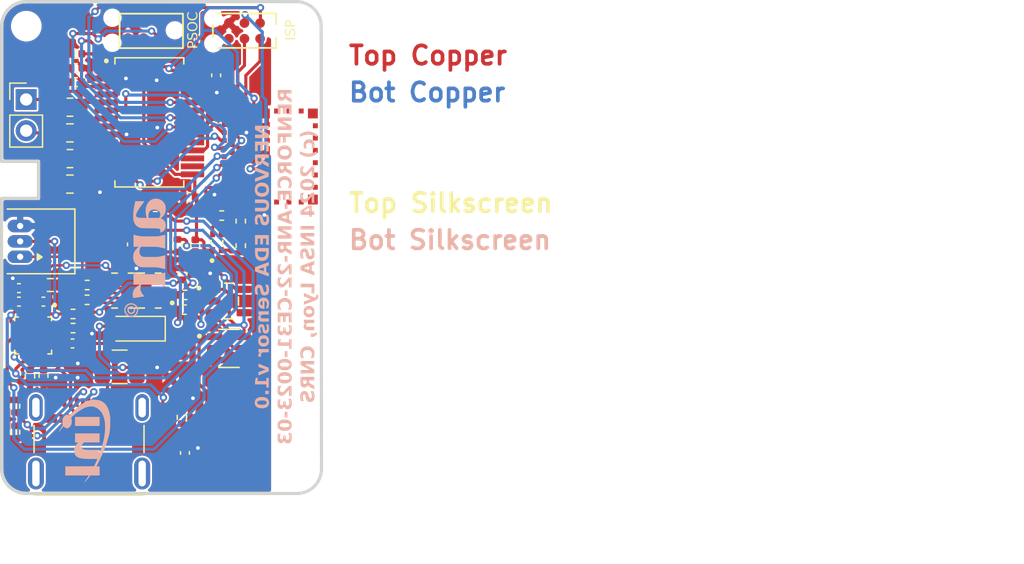
<source format=kicad_pcb>
(kicad_pcb (version 20221018) (generator pcbnew)
  (title_block (title "NERVOUS - EDA Sensor") (date "2024-05-06") (rev "1.0") (comment 1 "Copyright (c) 2024 INSA Lyon, CNRS, INL UMR5270") (comment 2 "License : MIT License") (comment 3 "Contact : bertrand.massot@insa-lyon.fr") (comment 4 "Authors : Bertrand Massot, Matthieu Mesnage, Hugo Buy"))
  (layers (0 "F.Cu" signal) (31 "B.Cu" signal) (34 "B.Paste" user) (35 "F.Paste" user) (36 "B.SilkS" user "B.Silkscreen") (37 "F.SilkS" user "F.Silkscreen") (38 "B.Mask" user) (39 "F.Mask" user) (44 "Edge.Cuts" user))
  (net 0 "")
  (net 1 "Net-(D1-K)")
  (net 2 "GND")
  (net 3 "VBUS")
  (net 4 "VBAT_SENSE")
  (net 5 "VDD")
  (net 6 "VBAT")
  (net 7 "VCCD")
  (net 8 "VCC")
  (net 9 "VSYS")
  (net 10 "Net-(U1-NO_1)")
  (net 11 "ZOUT")
  (net 12 "ZIN")
  (net 13 "IOUT")
  (net 14 "Net-(D5-Pad2)")
  (net 15 "Net-(D5-Pad4)")
  (net 16 "Net-(J1-CC1)")
  (net 17 "Net-(J1-CC2)")
  (net 18 "Net-(D4-Pad2)")
  (net 19 "Net-(D4-Pad3)")
  (net 20 "Net-(D4-Pad4)")
  (net 21 "Net-(D1-A)")
  (net 24 "Net-(U4-~{CHG})")
  (net 32 "Net-(U4-~{PGOOD})")
  (net 42 "Net-(U4-ILIM)")
  (net 43 "Net-(U4-ISET)")
  (net 44 "NTC BAT")
  (net 45 "LED_RED")
  (net 46 "LED_BLUE")
  (net 47 "LED_GREEN")
  (net 48 "Net-(U6-GPOUT)")
  (net 49 "SDA")
  (net 50 "SCL")
  (net 51 "Net-(U6-BIN)")
  (net 53 "Net-(U3-OUT)")
  (net 63 "RST_ISP")
  (net 65 "Net-(U7A-OUT_ANT)")
  (net 67 "SWDIO_ISP")
  (net 69 "SWCLK_ISP")
  (net 72 "CLK")
  (net 73 "VREF")
  (net 75 "VOUT")
  (net 97 "SWDIO_PSOC")
  (net 98 "RST_PSOC")
  (net 99 "SWCLK_PSOC")
  (footprint "nervous-eda:TC2030-MCP-NL" (layer "F.Cu") (at 50.75 24.385 180)
    (fp_text reference "U8")
    (fp_text value "~" hide)
  )
  (footprint "nervous-eda:R_0402_1005Metric" (layer "F.Cu") (at 48.9 39.4 180)
    (fp_text reference "R8")
    (fp_text value "RES 4.7K OHM 1% 1/16W 0402" hide)
  )
  (footprint "nervous-eda:C_0402_1005Metric" (layer "F.Cu") (at 37.05 27.4)
    (fp_text reference "C8")
    (fp_text value "CAP CER 1UF 10V X5R 0402" hide)
  )
  (footprint "nervous-eda:C_0805_2012Metric" (layer "F.Cu") (at 36.56 36.84 180)
    (fp_text reference "C16")
    (fp_text value "CAP CER 330pF 50V C0G / NP0  0805 MCMT" hide)
  )
  (footprint "nervous-eda:C_0402_1005Metric" (layer "F.Cu") (at 48.45 28 -90)
    (fp_text reference "C11")
    (fp_text value "CAP CER 0.1UF 16V X7R 0402" hide)
  )
  (footprint "nervous-eda:USB_TYPE_C_105450-0101" (layer "F.Cu") (at 38.113 58.370029)
    (fp_text reference "J1")
    (fp_text value "CONN RCP USB3.1 TYPEC 24P SMD RA" hide)
  )
  (footprint "nervous-eda:R_0402_1005Metric" (layer "F.Cu") (at 36.813 48.550029 180)
    (fp_text reference "R3")
    (fp_text value "RES 5.9K OHM 1% 1/16W 0402" hide)
  )
  (footprint "nervous-eda:CY8C4A45PVI-481" (layer "F.Cu") (at 43.018 31.825029)
    (fp_text reference "U10")
    (fp_text value "IC MCU 32BIT 32KB FLASH 28SSOP" hide)
  )
  (footprint "nervous-eda:R_0402_1005Metric" (layer "F.Cu") (at 33.313 52.450029 90)
    (fp_text reference "R1")
    (fp_text value "RES SMD 3K OHM 1% 1/16W 0402" hide)
  )
  (footprint "nervous-eda:C_0402_1005Metric" (layer "F.Cu") (at 36.77 49.800029)
    (fp_text reference "C1")
    (fp_text value "CAP CER 1UF 10V X5R 0402" hide)
  )
  (footprint "nervous-eda:Fuse_1210_3225Metric" (layer "F.Cu") (at 40.6 51.7)
    (fp_text reference "F1")
    (fp_text value "PTC RESET FUSE 16V 500MA 1210" hide)
  )
  (footprint "nervous-eda:C_0402_1005Metric" (layer "F.Cu") (at 37.05 26.25 180)
    (fp_text reference "C7")
    (fp_text value "CAP CER 1UF 10V X5R 0402" hide)
  )
  (footprint "MountingHole:MountingHole_2mm" (layer "F.Cu") (at 33.0129 24)
    (fp_text reference "H1" hide)
    (fp_text value "MountingHole" hide)
  )
  (footprint "nervous-eda:C_0402_1005Metric" (layer "F.Cu") (at 45.913 58.700029 90)
    (fp_text reference "C14")
    (fp_text value "CAP CER 0.1UF 16V X7R 0402" hide)
  )
  (footprint "nervous-eda:R_0402_1005Metric" (layer "F.Cu") (at 50.45 39.85 90)
    (fp_text reference "R7")
    (fp_text value "RES 1K OHM 1% 1/16W 0402" hide)
  )
  (footprint "nervous-eda:R_0402_1005Metric" (layer "F.Cu") (at 37.963 45.05 180)
    (fp_text reference "R13")
    (fp_text value "RES 10K OHM 1% 1/16W 0402" hide)
  )
  (footprint "nervous-eda:R_0603_1608Metric" (layer "F.Cu") (at 34.963 45.050029)
    (fp_text reference "R12")
    (fp_text value "RES 0.01 OHM 1% 1/10W 0603" hide)
  )
  (footprint "nervous-eda:BQ27441DRZR-G1A" (layer "F.Cu") (at 41.963 45.500029 180)
    (fp_text reference "U6")
    (fp_text value "IC BATT FUEL GAUGE LICOO2 12SON" hide)
  )
  (footprint "nervous-eda:R_0402_1005Metric" (layer "F.Cu") (at 32.1 54.9 -90)
    (fp_text reference "R2")
    (fp_text value "RES 5.1K OHM 0.5% 1/10W 0402" hide)
  )
  (footprint "nervous-eda:C_0402_1005Metric" (layer "F.Cu") (at 46.263 37.900029 180)
    (fp_text reference "C10")
    (fp_text value "CAP CER 0.1UF 16V X7R 0402" hide)
  )
  (footprint "nervous-eda:TC2030-MCP-NL" (layer "F.Cu") (at 42.55 24.335 180)
    (fp_text reference "U9")
    (fp_text value "~" hide)
  )
  (footprint "nervous-eda:D_SOD-123" (layer "F.Cu") (at 41.95 48.6 180)
    (fp_text reference "D1")
    (fp_text value "DIODE SCHOTTKY 20V 500MA SOD123" hide)
  )
  (footprint "nervous-eda:C_0402_1005Metric" (layer "F.Cu") (at 37.05 28.55 180)
    (fp_text reference "C9")
    (fp_text value "CAP CER 0.1UF 16V X7R 0402" hide)
  )
  (footprint "MountingHole:MountingHole_2mm" (layer "F.Cu") (at 55 60.000029)
    (fp_text reference "H2" hide)
    (fp_text value "MountingHole" hide)
  )
  (footprint "nervous-eda:R_0402_1005Metric" (layer "F.Cu") (at 32.1 57.01 90)
    (fp_text reference "R4")
    (fp_text value "RES 5.1K OHM 0.5% 1/10W 0402" hide)
  )
  (footprint "nervous-eda:ISP1807-LR" (layer "F.Cu") (at 48.8125 38.600029 90)
    (fp_text reference "U7")
    (fp_text value "RF TXRX MODULE BT TRACE ANT SMD" hide)
  )
  (footprint "nervous-eda:C_0402_1005Metric" (layer "F.Cu") (at 34.413 52.450029 -90)
    (fp_text reference "C2")
    (fp_text value "CAP CER 1UF 10V X5R 0402" hide)
  )
  (footprint "nervous-eda:R_0402_1005Metric" (layer "F.Cu") (at 45.913 45.850029)
    (fp_text reference "R11")
    (fp_text value "RES 10K OHM 1% 1/16W 0402" hide)
  )
  (footprint "nervous-eda:C_0805_2012Metric" (layer "F.Cu") (at 36.56 32.68 180)
    (fp_text reference "C15")
    (fp_text value "CAP CER 330pF 50V C0G / NP0  0805 MCMT" hide)
  )
  (footprint "nervous-eda:TPS7A0533PDBVR" (layer "F.Cu") (at 49.463 46.350029)
    (fp_text reference "U5")
    (fp_text value "IC REG LINEAR 3.3V 200MA SOT23-5" hide)
  )
  (footprint "nervous-eda:R_0402_1005Metric" (layer "F.Cu") (at 45.3 41.85 90)
    (fp_text reference "R17")
    (fp_text value "RES 1K OHM 1% 1/16W 0402" hide)
  )
  (footprint "nervous-eda:LogoANR_B_Silkscreen" (layer "F.Cu") (at 42.713 42.800029 90)
    (fp_text reference "G***" hide)
    (fp_text value "LOGO" hide)
  )
  (footprint "nervous-eda:R_0402_1005Metric" (layer "F.Cu") (at 36.813 47.4 180)
    (fp_text reference "R5")
    (fp_text value "RES 10K OHM 1% 1/16W 0402" hide)
  )
  (footprint "nervous-eda:C_0402_1005Metric" (layer "F.Cu") (at 32.413 46.4)
    (fp_text reference "C3")
    (fp_text value "CAP CER 4.7UF 6.3V X5R 0402" hide)
  )
  (footprint "nervous-eda:EVP-AA502W" (layer "F.Cu") (at 48.813 55.800029 -90)
    (fp_text reference "U1")
    (fp_text value "SWITCH TACTILE SPST-NO 0.02A 15V" hide)
  )
  (footprint "nervous-eda:CONN_BAT_53048-0310" (layer "F.Cu") (at 32.513 41.500029 90)
    (fp_text reference "J2")
    (fp_text value "MOLEX 53048-0310" hide)
  )
  (footprint "nervous-eda:R_0402_1005Metric" (layer "F.Cu") (at 45.663 55.800029 90)
    (fp_text reference "R14")
    (fp_text value "RES 10K OHM 1% 1/16W 0402" hide)
  )
  (footprint "nervous-eda:R_0402_1005Metric" (layer "F.Cu") (at 50.45 41.85 90)
    (fp_text reference "R6")
    (fp_text value "RES 1K OHM 1% 1/16W 0402" hide)
  )
  (footprint "nervous-eda:SM05.TCT" (layer "F.Cu") (at 44.75 51.7 180)
    (fp_text reference "U2")
    (fp_text value "TVS Diode WE-TVS-Standard, VRWM=5.0V" hide)
  )
  (footprint "nervous-eda:R_0805_2012Metric" (layer "F.Cu") (at 36.56 34.77)
    (fp_text reference "R15")
    (fp_text value "RES Thick Film, 220kΩ, 1%, 0.125W, 100ppm/°C, 0805" hide)
  )
  (footprint "nervous-eda:APHF1608LSEEQBDZGKC" (layer "F.Cu") (at 48.513 41.562529 90)
    (fp_text reference "D4")
    (fp_text value "LED RGB CLEAR 4SMD" hide)
  )
  (footprint "nervous-eda:C_0402_1005Metric" (layer "F.Cu") (at 46.75 41.85 -90)
    (fp_text reference "C13")
    (fp_text value "CAP CER 1UF 10V X5R 0402" hide)
  )
  (footprint "nervous-eda:CONN_ELECTRODE" (layer "F.Cu") (at 33 29.96)
    (fp_text reference "J4")
    (fp_text value "CONN HEADER R/A 4POS 2.54MM" hide)
  )
  (footprint "nervous-eda:Logo_INL_B_Silkscreen" (layer "F.Cu") (at 37.713 57.850029 90)
    (fp_text reference "G***" hide)
    (fp_text value "LOGO" hide)
  )
  (footprint "nervous-eda:R_0402_1005Metric" (layer "F.Cu") (at 37.953 46.250029 180)
    (fp_text reference "R9")
    (fp_text value "RES 10K OHM 1% 1/16W 0402" hide)
  )
  (footprint "nervous-eda:MAX16054AZT+T" (layer "F.Cu") (at 49.4855 50.200029)
    (fp_text reference "U3")
    (fp_text value "IC INTFACE SPECIALIZED TSOT23-6" hide)
  )
  (footprint "nervous-eda:R_0402_1005Metric" (layer "F.Cu") (at 45.863 47.050029)
    (fp_text reference "R10")
    (fp_text value "RES 10K OHM 1% 1/16W 0402" hide)
  )
  (footprint "nervous-eda:C_0402_1005Metric" (layer "F.Cu") (at 32.413 45.3 180)
    (fp_text reference "C12")
    (fp_text value "CAP CER 1UF 10V X5R 0402" hide)
  )
  (footprint "nervous-eda:R_0805_2012Metric" (layer "F.Cu") (at 36.56 30.59)
    (fp_text reference "R16")
    (fp_text value "RES Thick Film, 220kΩ, 1%, 0.125W, 100ppm/°C, 0805" hide)
  )
  (footprint "nervous-eda:C_0402_1005Metric" (layer "F.Cu") (at 34.4 46.4)
    (fp_text reference "C4")
    (fp_text value "CAP CER 4.7UF 6.3V X5R 0402" hide)
  )
  (footprint "nervous-eda:BQ24074RGTx" (layer "F.Cu") (at 33.568 49.150029 -90)
    (fp_text reference "U4")
    (fp_text value "IC BATT CHG LI-ION 1CELL 16QFN" hide)
  )
  (footprint "nervous-eda:C_0402_1005Metric" (layer "F.Cu") (at 41.6 41.75 90)
    (fp_text reference "C6")
    (fp_text value "CAP CER 1UF 10V X5R 0402" hide)
  )
  (footprint "nervous-eda:C_0402_1005Metric" (layer "F.Cu") (at 45.713 44.150029 90)
    (fp_text reference "C5")
    (fp_text value "CAP CER 0.47UF 10V X5R 0402" hide)
  )
  (footprint "nervous-eda:APHF1608LSEEQBDZGKC" (layer "F.Cu") (at 43.5113 41.562529 90)
    (fp_text reference "D5")
    (fp_text value "LED RGB CLEAR 4SMD" hide)
  )
  (footprint "nervous-eda:R_0402_1005Metric" (layer "F.Cu") (at 43.5 39.45)
    (fp_text reference "R19")
    (fp_text value "RES 4.7K OHM 1% 1/16W 0402" hide)
  )
  (gr_rect (start 40.6 22.985) (end 45.75 25.785) (stroke (width 0.15)) (fill none) (layer "F.SilkS"))
  (gr_rect (start 48.18 22.97) (end 53.33 25.77) (stroke (width 0.15)) (fill none) (layer "F.SilkS"))
  (gr_line (start 54.987 22.008) (end 33.013 22) (stroke (width 0.254)) (layer "Edge.Cuts"))
  (gr_line (start 31 38) (end 31 59.987029) (stroke (width 0.254)) (layer "Edge.Cuts"))
  (gr_arc (start 33 62.000029) (mid 31.581187 61.409641) (end 31 59.987029) (stroke (width 0.254)) (layer "Edge.Cuts"))
  (gr_arc (start 31 24) (mid 31.59039 22.581198) (end 33.013 22) (stroke (width 0.254)) (layer "Edge.Cuts"))
  (gr_line (start 31 35) (end 31 24) (stroke (width 0.254)) (layer "Edge.Cuts"))
  (gr_arc (start 57.013 60.000029) (mid 56.422604 61.418838) (end 55 62.000029) (stroke (width 0.254)) (layer "Edge.Cuts"))
  (gr_line (start 56.987 24.021) (end 57.013 60.000029) (stroke (width 0.254)) (layer "Edge.Cuts"))
  (gr_arc (start 54.987 22.008) (mid 56.405792 22.598392) (end 56.987 24.021) (stroke (width 0.254)) (layer "Edge.Cuts"))
  (gr_line (start 34 38) (end 31 38) (stroke (width 0.254)) (layer "Edge.Cuts"))
  (gr_line (start 34 35) (end 34 38) (stroke (width 0.254)) (layer "Edge.Cuts"))
  (gr_line (start 55 62.000029) (end 33 62.000029) (stroke (width 0.254)) (layer "Edge.Cuts"))
  (gr_line (start 31 35) (end 34 35) (stroke (width 0.254)) (layer "Edge.Cuts"))
  (gr_text "Top Copper" (at 59.0841 27.259) (layer "F.Cu") (effects (font (size 1.5 1.5) (thickness 0.3) bold) (justify left bottom)))
  (gr_text "Bot Copper" (at 59.0841 30.259) (layer "B.Cu") (effects (font (size 1.5 1.5) (thickness 0.3) bold) (justify left bottom)))
  (gr_text "NERVOUS EDA Sensor v1.0\nRENFORCE-ANR-22-CE31-0023-03\n(c) 2024 INSA Lyon, CNRS" (at 56.613 43.550029 90) (layer "B.SilkS") (effects (font (size 1.1 1.1) (thickness 0.2) bold) (justify bottom mirror)))
  (gr_text "Bot Silkscreen" (at 59.0841 42.259) (layer "B.SilkS") (effects (font (size 1.5 1.5) (thickness 0.3) bold) (justify left bottom)))
  (gr_text "Top Silkscreen" (at 59.0841 39.259) (layer "F.SilkS") (effects (font (size 1.5 1.5) (thickness 0.3) bold) (justify left bottom)))
  (gr_text "PSOC" (at 47.05 24.335 90) (layer "F.SilkS") (effects (font (size 0.8 0.8)) (justify bottom)))
  (gr_text "ISP" (at 55 24.32 90) (layer "F.SilkS") (effects (font (size 0.8 0.8)) (justify bottom)))
  (segment (start 45.7 50.7) (end 43.8 50.7) (width 0.254) (layer "F.Cu") (net 1))
  (segment (start 36.233 50.442529) (end 36.133 50.342529) (width 0.254) (layer "F.Cu") (net 1))
  (segment (start 42.9 49.8) (end 38.446378 49.8) (width 0.254) (layer "F.Cu") (net 1))
  (segment (start 42.9 49.8) (end 42.9 49.3) (width 0.254) (layer "F.Cu") (net 1))
  (segment (start 43.8 50.7) (end 42.9 49.8) (width 0.254) (layer "F.Cu") (net 1))
  (segment (start 38.446378 49.8) (end 37.803849 50.442529) (width 0.254) (layer "F.Cu") (net 1))
  (segment (start 37.803849 50.442529) (end 36.233 50.442529) (width 0.254) (layer "F.Cu") (net 1))
  (segment (start 42.9 49.3) (end 43.6 48.6) (width 0.254) (layer "F.Cu") (net 1))
  (segment (start 36.133 50.342529) (end 36.133 49.900029) (width 0.254) (layer "F.Cu") (net 1))
  (segment (start 36.133 49.900029) (end 35.003 49.900029) (width 0.254) (layer "F.Cu") (net 1))
  (segment (start 43.663 28.450029) (end 43.663 32.250029) (width 0.254) (layer "F.Cu") (net 2))
  (segment (start 37.772971 49) (end 37.323 48.550029) (width 0.254) (layer "F.Cu") (net 2))
  (segment (start 41.113 28.250029) (end 39.513 28.250029) (width 0.254) (layer "F.Cu") (net 2))
  (segment (start 47.063 54.750029) (end 46.563 54.250029) (width 0.254) (layer "F.Cu") (net 2))
  (segment (start 43.938 45.300029) (end 42.163 45.300029) (width 0.254) (layer "F.Cu") (net 2))
  (segment (start 47.213 44.130029) (end 47.113 44.030029) (width 0.254) (layer "F.Cu") (net 2))
  (segment (start 35.113 53.630029) (end 35.113 54.600029) (width 0.254) (layer "F.Cu") (net 2))
  (segment (start 41.363 46.100029) (end 41.963 45.500029) (width 0.254) (layer "F.Cu") (net 2))
  (segment (start 35.613 49.200029) (end 35.413 49.400029) (width 0.254) (layer "F.Cu") (net 2))
  (segment (start 52.6125 35.250029) (end 52.6125 34.600029) (width 0.254) (layer "F.Cu") (net 2))
  (segment (start 36.513 46.59) (end 37.323 47.4) (width 0.254) (layer "F.Cu") (net 2))
  (segment (start 51.9625 33.625029) (end 51.9625 32.975029) (width 0.254) (layer "F.Cu") (net 2))
  (segment (start 36.57 26.32) (end 36.57 26.25) (width 0.254) (layer "F.Cu") (net 2))
  (segment (start 49.312499 38.10003) (end 48.713501 38.10003) (width 0.254) (layer "F.Cu") (net 2))
  (segment (start 37.193 49.230029) (end 37.163 49.200029) (width 0.254) (layer "F.Cu") (net 2))
  (segment (start 51.9625 33.625029) (end 51.9625 34.275029) (width 0.254) (layer "F.Cu") (net 2))
  (segment (start 32.818 48.400029) (end 33.568 49.150029) (width 0.254) (layer "F.Cu") (net 2))
  (segment (start 41.763 45.300029) (end 41.963 45.500029) (width 0.254) (layer "F.Cu") (net 2))
  (segment (start 32.818 49.900029) (end 33.568 49.150029) (width 0.254) (layer "F.Cu") (net 2))
  (segment (start 32.133 48.900029) (end 33.318 48.900029) (width 0.254) (layer "F.Cu") (net 2))
  (segment (start 48.713501 38.10003) (end 48.313 37.699529) (width 0.254) (layer "F.Cu") (net 2))
  (segment (start 52.2875 34.275029) (end 52.6125 33.950029) (width 0.254) (layer "F.Cu") (net 2))
  (segment (start 43.613 28.400029) (end 43.663 28.450029) (width 0.254) (layer "F.Cu") (net 2))
  (segment (start 41.213 55.900029) (end 41.113 55.800029) (width 0.254) (layer "F.Cu") (net 2))
  (segment (start 38.35 49) (end 37.772971 49) (width 0.254) (layer "F.Cu") (net 2))
  (segment (start 37.193 49.800029) (end 37.193 49.230029) (width 0.254) (layer "F.Cu") (net 2))
  (segment (start 47.183 44.100029) (end 47.113 44.030029) (width 0.254) (layer "F.Cu") (net 2))
  (segment (start 36.95 45.05) (end 36.513 45.487) (width 0.254) (layer "F.Cu") (net 2))
  (segment (start 31.933 46.4) (end 31.933 45.500029) (width 0.254) (layer "F.Cu") (net 2))
  (segment (start 37.163 49.200029) (end 35.613 49.200029) (width 0.254) (layer "F.Cu") (net 2))
  (segment (start 37.453 45.05) (end 36.95 45.05) (width 0.254) (layer "F.Cu") (net 2))
  (segment (start 35.413 49.400029) (end 35.003 49.400029) (width 0.254) (layer "F.Cu") (net 2))
  (segment (start 46.233 43.670029) (end 45.713 43.670029) (width 0.254) (layer "F.Cu") (net 2))
  (segment (start 47.963 44.100029) (end 47.183 44.100029) (width 0.254) (layer "F.Cu") (net 2))
  (segment (start 36.513 45.487) (end 36.513 46.59) (width 0.254) (layer "F.Cu") (net 2))
  (segment (start 46.593 44.030029) (end 46.233 43.670029) (width 0.254) (layer "F.Cu") (net 2))
  (segment (start 47.113 44.030029) (end 46.593 44.030029) (width 0.254) (layer "F.Cu") (net 2))
  (segment (start 37.53 27.28) (end 36.57 26.32) (width 0.254) (layer "F.Cu") (net 2))
  (segment (start 41.963 45.500029) (end 41.963 43.600029) (width 0.254) (layer "F.Cu") (net 2))
  (segment (start 33.818 49.400029) (end 33.568 49.150029) (width 0.254) (layer "F.Cu") (net 2))
  (segment (start 35.113 55.800029) (end 35.113 54.600029) (width 0.254) (layer "F.Cu") (net 2))
  (segment (start 37.53 27.4) (end 37.53 27.28) (width 0.254) (layer "F.Cu") (net 2))
  (segment (start 52.6125 32.000029) (end 52.6125 31.300029) (width 0.254) (layer "F.Cu") (net 2))
  (segment (start 38.589698 28.250029) (end 39.513 28.250029) (width 0.254) (layer "F.Cu") (net 2))
  (segment (start 37.739669 27.4) (end 38.589698 28.250029) (width 0.254) (layer "F.Cu") (net 2))
  (segment (start 42.163 45.700029) (end 41.963 45.500029) (width 0.254) (layer "F.Cu") (net 2))
  (segment (start 41.163 32.800029) (end 39.513 32.800029) (width 0.254) (layer "F.Cu") (net 2))
  (segment (start 32.133 49.900029) (end 32.818 49.900029) (width 0.254) (layer "F.Cu") (net 2))
  (segment (start 39.988 45.300029) (end 41.763 45.300029) (width 0.2) (layer "F.Cu") (net 2))
  (segment (start 46.963 58.300029) (end 45.993 58.300029) (width 0.254) (layer "F.Cu") (net 2))
  (segment (start 35.013 55.900029) (end 35.113 55.800029) (width 0.254) (layer "F.Cu") (net 2))
  (segment (start 45.993 58.300029) (end 45.913 58.220029) (width 0.254) (layer "F.Cu") (net 2))
  (segment (start 41.113 55.800029) (end 41.113 54.600029) (width 0.254) (layer "F.Cu") (net 2))
  (segment (start 35.003 49.400029) (end 33.818 49.400029) (width 0.254) (layer "F.Cu") (net 2))
  (segment (start 52.6125 31.300029) (end 52.4125 31.100029) (width 0.254) (layer "F.Cu") (net 2))
  (segment (start 34.413 52.930029) (end 35.113 53.630029) (width 0.254) (layer "F.Cu") (net 2))
  (segment (start 48.45 28.419727) (end 48.45 29.35) (width 0.254) (layer "F.Cu") (net 2))
  (segment (start 32.818 47.715029) (end 32.818 48.400029) (width 0.254) (layer "F.Cu") (net 2))
  (segment (start 42.163 45.300029) (end 41.963 45.500029) (width 0.254) (layer "F.Cu") (net 2))
  (segment (start 37.323 47.4) (end 37.323 47.500029) (width 0.254) (layer "F.Cu") (net 2))
  (segment (start 48.45 29.35) (end 48.5 29.4) (width 0.254) (layer "F.Cu") (net 2))
  (segment (start 43.938 45.700029) (end 42.163 45.700029) (width 0.254) (layer "F.Cu") (net 2))
  (segment (start 51.9625 32.325029) (end 52.2875 32.000029) (width 0.254) (layer "F.Cu") (net 2))
  (segment (start 37.53 27.4) (end 37.739669 27.4) (width 0.254) (layer "F.Cu") (net 2))
  (segment (start 41.963 43.600029) (end 42.013 43.550029) (width 0.254) (layer "F.Cu") (net 2))
  (segment (start 52.2875 32.000029) (end 52.6125 32.000029) (width 0.254) (layer "F.Cu") (net 2))
  (segment (start 51.9625 34.275029) (end 52.2875 34.275029) (width 0.254) (layer "F.Cu") (net 2))
  (segment (start 41.113 54.237) (end 41.113 54.600029) (width 0.254) (layer "F.Cu") (net 2))
  (segment (start 39.988 46.100029) (end 41.363 46.100029) (width 0.2) (layer "F.Cu") (net 2))
  (segment (start 47.063 55.800029) (end 47.063 54.750029) (width 0.254) (layer "F.Cu") (net 2))
  (segment (start 52.6125 33.950029) (end 52.6125 34.600029) (width 0.254) (layer "F.Cu") (net 2))
  (segment (start 37.2 52.566029) (end 37.1895 52.576529) (width 0.254) (layer "F.Cu") (net 2))
  (segment (start 37.2 51.423529) (end 37.2 52.566029) (width 0.254) (layer "F.Cu") (net 2))
  (segment (start 33.318 48.900029) (end 33.568 49.150029) (width 0.254) (layer "F.Cu") (net 2))
  (segment (start 51.9625 32.325029) (end 51.9625 32.975029) (width 0.254) (layer "F.Cu") (net 2))
  (via (at 43.613 28.400029) (size 0.6) (drill 0.3) (layers "F.Cu" "B.Cu") (net 2))
  (via (at 52.363 39.350029) (size 0.6) (drill 0.3) (layers "F.Cu" "B.Cu") (net 2))
  (via (at 47.963 44.100029) (size 0.6) (drill 0.3) (layers "F.Cu" "B.Cu") (net 2))
  (via (at 38.35 49) (size 0.6) (drill 0.3) (layers "F.Cu" "B.Cu") (net 2))
  (via (at 48.5 29.4) (size 0.6) (drill 0.3) (layers "F.Cu" "B.Cu") (net 2))
  (via (at 41.113 28.250029) (size 0.6) (drill 0.3) (layers "F.Cu" "B.Cu") (net 2))
  (via (at 35.4 52.576529) (size 0.6) (drill 0.3) (layers "F.Cu" "B.Cu") (net 2))
  (via (at 37.2 51.423529) (size 0.6) (drill 0.3) (layers "F.Cu" "B.Cu") (net 2))
  (via (at 46.563 54.250029) (size 0.6) (drill 0.3) (layers "F.Cu" "B.Cu") (net 2))
  (via (at 50.913 32.650029) (size 0.6) (drill 0.3) (layers "F.Cu" "B.Cu") (net 2))
  (via (at 37.1895 52.576529) (size 0.6) (drill 0.3) (layers "F.Cu" "B.Cu") (net 2))
  (via (at 48.313 37.699529) (size 0.6) (drill 0.3) (layers "F.Cu" "B.Cu") (net 2))
  (via (at 43.663 32.250029) (size 0.6) (drill 0.3) (layers "F.Cu" "B.Cu") (net 2))
  (via (at 41.963 43.7) (size 0.6) (drill 0.3) (layers "F.Cu" "B.Cu") (net 2))
  (via (at 46.963 58.300029) (size 0.6) (drill 0.3) (layers "F.Cu" "B.Cu") (net 2))
  (via (at 39 37.5) (size 0.6) (drill 0.3) (layers "F.Cu" "B.Cu") (net 2))
  (via (at 43.65 51.75) (size 0.6) (drill 0.3) (layers "F.Cu" "B.Cu") (net 2))
  (via (at 41.163 32.800029) (size 0.6) (drill 0.3) (layers "F.Cu" "B.Cu") (net 2))
  (via (at 31.913 44.500029) (size 0.6) (drill 0.3) (layers "F.Cu" "B.Cu") (net 2))
  (segment (start 41.713 32.250029) (end 41.163 32.800029) (width 0.254) (layer "B.Cu") (net 2))
  (segment (start 43.663 32.250029) (end 41.713 32.250029) (width 0.254) (layer "B.Cu") (net 2))
  (segment (start 35.4 52.576529) (end 37.1895 52.576529) (width 0.254) (layer "B.Cu") (net 2))
  (segment (start 39.613 55.046029) (end 39.613 54.600029) (width 0.254) (layer "F.Cu") (net 3))
  (segment (start 38.346529 50.846529) (end 39.613 52.113) (width 0.254) (layer "F.Cu") (net 3))
  (segment (start 36.5235 50.846529) (end 38.346529 50.846529) (width 0.254) (layer "F.Cu") (net 3))
  (segment (start 39.613 52.113) (end 39.613 54.600029) (width 0.254) (layer "F.Cu") (net 3))
  (segment (start 35.4 51.970029) (end 36.5235 50.846529) (width 0.254) (layer "F.Cu") (net 3))
  (segment (start 39.363 55.296029) (end 39.613 55.046029) (width 0.254) (layer "F.Cu") (net 3))
  (segment (start 39.363 55.900029) (end 39.363 55.296029) (width 0.254) (layer "F.Cu") (net 3))
  (segment (start 34.413 51.970029) (end 35.4 51.970029) (width 0.254) (layer "F.Cu") (net 3))
  (segment (start 36.863 55.900029) (end 36.863 55.296029) (width 0.254) (layer "F.Cu") (net 3))
  (segment (start 36.613 55.046029) (end 36.613 54.600029) (width 0.254) (layer "F.Cu") (net 3))
  (segment (start 36.613 52.763) (end 36.613 54.600029) (width 0.254) (layer "F.Cu") (net 3))
  (segment (start 35.820029 51.970029) (end 36.613 52.763) (width 0.254) (layer "F.Cu") (net 3))
  (segment (start 35.4 51.970029) (end 35.820029 51.970029) (width 0.254) (layer "F.Cu") (net 3))
  (segment (start 36.863 55.296029) (end 36.613 55.046029) (width 0.254) (layer "F.Cu") (net 3))
  (segment (start 34.138 45.000029) (end 34.138 44.462529) (width 0.2) (layer "F.Cu") (net 4))
  (segment (start 39.462986 43.450014) (end 39.988 43.975028) (width 0.2) (layer "F.Cu") (net 4))
  (segment (start 33.818 47.715029) (end 33.818 47.132) (width 0.254) (layer "F.Cu") (net 4))
  (segment (start 35.1505 43.450029) (end 36.263 43.450029) (width 0.2) (layer "F.Cu") (net 4))
  (segment (start 33.318 47.715029) (end 33.818 47.715029) (width 0.254) (layer "F.Cu") (net 4))
  (segment (start 33.95 47) (end 33.95 45.188029) (width 0.254) (layer "F.Cu") (net 4))
  (segment (start 33.95 45.188029) (end 34.138 45.000029) (width 0.254) (layer "F.Cu") (net 4))
  (segment (start 34.138 44.462529) (end 35.1505 43.450029) (width 0.2) (layer "F.Cu") (net 4))
  (segment (start 33.818 47.132) (end 33.95 47) (width 0.254) (layer "F.Cu") (net 4))
  (segment (start 39.988 43.975028) (end 39.988 44.500029) (width 0.2) (layer "F.Cu") (net 4))
  (via (at 39.462986 43.450014) (size 0.6) (drill 0.3) (layers "F.Cu" "B.Cu") (net 4))
  (via (at 36.263 43.450029) (size 0.6) (drill 0.3) (layers "F.Cu" "B.Cu") (net 4))
  (segment (start 39.462986 43.450014) (end 39.462971 43.450029) (width 0.2) (layer "B.Cu") (net 4))
  (segment (start 39.462971 43.450029) (end 36.263 43.450029) (width 0.2) (layer "B.Cu") (net 4))
  (segment (start 45.243 44.900029) (end 45.513 44.630029) (width 0.2) (layer "F.Cu") (net 5))
  (segment (start 43.938 44.900029) (end 45.243 44.900029) (width 0.2) (layer "F.Cu") (net 5))
  (segment (start 37.443 46.330029) (end 38.363 47.250029) (width 0.254) (layer "F.Cu") (net 5))
  (segment (start 38.363 47.250029) (end 38.963 47.250029) (width 0.254) (layer "F.Cu") (net 5))
  (segment (start 37.443 46.250029) (end 37.443 46.330029) (width 0.254) (layer "F.Cu") (net 5))
  (via (at 44.963 44.900029) (size 0.6) (drill 0.3) (layers "F.Cu" "B.Cu") (net 5))
  (via (at 38.963 47.250029) (size 0.6) (drill 0.3) (layers "F.Cu" "B.Cu") (net 5))
  (segment (start 41.313 44.900029) (end 38.963 47.250029) (width 0.254) (layer "B.Cu") (net 5))
  (segment (start 44.963 44.900029) (end 41.313 44.900029) (width 0.254) (layer "B.Cu") (net 5))
  (segment (start 37.6 42.88) (end 37.470029 42.750029) (width 0.2) (layer "F.Cu") (net 6))
  (segment (start 37.6 42.88) (end 37.563 42.917) (width 0.2) (layer "F.Cu") (net 6))
  (segment (start 41.53 42.23) (end 38.25 42.23) (width 0.2) (layer "F.Cu") (net 6))
  (segment (start 38.25 42.23) (end 37.6 42.88) (width 0.2) (layer "F.Cu") (net 6))
  (segment (start 43.938 43.638) (end 43.6 43.3) (width 0.2) (layer "F.Cu") (net 6))
  (segment (start 38.847384 44.283221) (end 37.563 44.283221) (width 0.2) (layer "F.Cu") (net 6))
  (segment (start 43.6 43.3) (end 42.6 43.3) (width 0.2) (layer "F.Cu") (net 6))
  (segment (start 39.988 44.900029) (end 39.464192 44.900029) (width 0.2) (layer "F.Cu") (net 6))
  (segment (start 37.563 42.917) (end 37.563 44.283221) (width 0.2) (layer "F.Cu") (net 6))
  (segment (start 39.464192 44.900029) (end 38.847384 44.283221) (width 0.2) (layer "F.Cu") (net 6))
  (segment (start 37.470029 42.750029) (end 32.513 42.750029) (width 0.2) (layer "F.Cu") (net 6))
  (segment (start 43.938 44.500029) (end 43.938 43.638) (width 0.2) (layer "F.Cu") (net 6))
  (segment (start 37.563 44.283221) (end 36.554808 44.283221) (width 0.2) (layer "F.Cu") (net 6))
  (segment (start 42.6 43.3) (end 41.53 42.23) (width 0.2) (layer "F.Cu") (net 6))
  (segment (start 36.554808 44.283221) (end 35.788 45.050029) (width 0.2) (layer "F.Cu") (net 6))
  (segment (start 37.53 26.25) (end 37.534 26.246) (width 0.254) (layer "F.Cu") (net 7))
  (segment (start 39.513 27.413) (end 39.513 27.600029) (width 0.254) (layer "F.Cu") (net 7))
  (segment (start 38.346 26.246) (end 39.513 27.413) (width 0.254) (layer "F.Cu") (net 7))
  (segment (start 37.534 26.246) (end 38.346 26.246) (width 0.254) (layer "F.Cu") (net 7))
  (segment (start 46.883 22.783) (end 46.6 22.5) (width 0.254) (layer "F.Cu") (net 8))
  (segment (start 50.063 45.400029) (end 48.54 43.877029) (width 0.254) (layer "F.Cu") (net 8))
  (segment (start 42.563 33.500029) (end 42.863 33.800029) (width 0.254) (layer "F.Cu") (net 8))
  (segment (start 39.513 32.150029) (end 42.513029 32.150029) (width 0.254) (layer "F.Cu") (net 8))
  (segment (start 46.743 37.900029) (end 46.85 38.007029) (width 0.254) (layer "F.Cu") (net 8))
  (segment (start 47.45 42.05) (end 47.612529 42.212529) (width 0.254) (layer "F.Cu") (net 8))
  (segment (start 50.718 45.400029) (end 50.063 45.400029) (width 0.254) (layer "F.Cu") (net 8))
  (segment (start 46.883 26.300029) (end 46.883 22.783) (width 0.254) (layer "F.Cu") (net 8))
  (segment (start 46.523 27.600029) (end 48.369971 27.600029) (width 0.254) (layer "F.Cu") (net 8))
  (segment (start 46.713 37.870029) (end 46.743 37.900029) (width 0.254) (layer "F.Cu") (net 8))
  (segment (start 46.6 22.5) (end 44.2 22.5) (width 0.254) (layer "F.Cu") (net 8))
  (segment (start 37.880029 28.900029) (end 39.513 28.900029) (width 0.254) (layer "F.Cu") (net 8))
  (segment (start 39.513 28.900029) (end 42.563 28.900029) (width 0.254) (layer "F.Cu") (net 8))
  (segment (start 36.57 27.4) (end 36.57 27.59) (width 0.254) (layer "F.Cu") (net 8))
  (segment (start 46.523 36.050029) (end 46.713 36.240029) (width 0.254) (layer "F.Cu") (net 8))
  (segment (start 51.5125 29.8875) (end 51.5125 30.900029) (width 0.254) (layer "F.Cu") (net 8))
  (segment (start 48.369971 27.600029) (end 48.45 27.52) (width 0.254) (layer "F.Cu") (net 8))
  (segment (start 52.05 22.5) (end 52.0465 22.4965) (width 0.254) (layer "F.Cu") (net 8))
  (segment (start 46.85 38.007029) (end 46.85 41.37) (width 0.254) (layer "F.Cu") (net 8))
  (segment (start 42.863 33.800029) (end 45.113 36.050029) (width 0.254) (layer "F.Cu") (net 8))
  (segment (start 46.373 47.050029) (end 46.373 45.900029) (width 0.254) (layer "F.Cu") (net 8))
  (segment (start 47.213 47.890029) (end 46.373 47.050029) (width 0.254) (layer "F.Cu") (net 8))
  (segment (start 47.1695 22.4965) (end 46.883 22.783) (width 0.254) (layer "F.Cu") (net 8))
  (segment (start 46.713 36.240029) (end 46.713 37.870029) (width 0.254) (layer "F.Cu") (net 8))
  (segment (start 43.82 22.88) (end 43.82 23.7) (width 0.254) (layer "F.Cu") (net 8))
  (segment (start 44.606349 27.443378) (end 44.763 27.600029) (width 0.254) (layer "F.Cu") (net 8))
  (segment (start 44.463 27.300029) (end 42.563 27.300029) (width 0.254) (layer "F.Cu") (net 8))
  (segment (start 44.2 22.5) (end 43.82 22.88) (width 0.254) (layer "F.Cu") (net 8))
  (segment (start 52.0465 22.4965) (end 47.1695 22.4965) (width 0.254) (layer "F.Cu") (net 8))
  (segment (start 47.27 41.37) (end 47.45 41.55) (width 0.254) (layer "F.Cu") (net 8))
  (segment (start 46.75 41.37) (end 47.27 41.37) (width 0.254) (layer "F.Cu") (net 8))
  (segment (start 46.523 26.660029) (end 46.883 26.300029) (width 0.254) (layer "F.Cu") (net 8))
  (segment (start 46.523 27.600029) (end 46.523 26.660029) (width 0.254) (layer "F.Cu") (net 8))
  (segment (start 48.163 43.484027) (end 48.163 42.212529) (width 0.254) (layer "F.Cu") (net 8))
  (segment (start 46.373 45.900029) (end 46.423 45.850029) (width 0.254) (layer "F.Cu") (net 8))
  (segment (start 48.54 43.877029) (end 48.54 43.861027) (width 0.254) (layer "F.Cu") (net 8))
  (segment (start 52.05 22.5) (end 52.05 23.72) (width 0.254) (layer "F.Cu") (net 8))
  (segment (start 52.05 23.72) (end 52.02 23.75) (width 0.254) (layer "F.Cu") (net 8))
  (segment (start 36.57 27.59) (end 37.880029 28.900029) (width 0.254) (layer "F.Cu") (net 8))
  (segment (start 48.54 43.861027) (end 48.163 43.484027) (width 0.254) (layer "F.Cu") (net 8))
  (segment (start 44.763 27.600029) (end 46.523 27.600029) (width 0.254) (layer "F.Cu") (net 8))
  (segment (start 51.531486 29.868514) (end 51.5125 29.8875) (width 0.254) (layer "F.Cu") (net 8))
  (segment (start 47.45 41.55) (end 47.45 42.05) (width 0.254) (layer "F.Cu") (net 8))
  (segment (start 47.612529 42.212529) (end 48.163 42.212529) (width 0.254) (layer "F.Cu") (net 8))
  (segment (start 45.113 36.050029) (end 46.523 36.050029) (width 0.254) (layer "F.Cu") (net 8))
  (segment (start 47.213 48.250029) (end 47.213 47.890029) (width 0.254) (layer "F.Cu") (net 8))
  (segment (start 44.606349 27.443378) (end 44.463 27.300029) (width 0.254) (layer "F.Cu") (net 8))
  (segment (start 42.563 27.300029) (end 42.563 33.500029) (width 0.254) (layer "F.Cu") (net 8))
  (via (at 51.531486 29.868514) (size 0.6) (drill 0.3) (layers "F.Cu" "B.Cu") (net 8))
  (via (at 47.213 48.250029) (size 0.6) (drill 0.3) (layers "F.Cu" "B.Cu") (net 8))
  (via (at 52.05 22.5) (size 0.6) (drill 0.3) (layers "F.Cu" "B.Cu") (net 8))
  (via (at 49.113 44.450029) (size 0.6) (drill 0.3) (layers "F.Cu" "B.Cu") (net 8))
  (via (at 44.606349 27.443378) (size 0.6) (drill 0.3) (layers "F.Cu" "B.Cu") (net 8))
  (segment (start 47.3375 23.007599) (end 47.3375 24.712227) (width 0.254) (layer "B.Cu") (net 8))
  (segment (start 52.05 22.5) (end 52.0465 22.4965) (width 0.254) (layer "B.Cu") (net 8))
  (segment (start 49.113 45.650029) (end 47.213 47.550029) (width 0.254) (layer "B.Cu") (net 8))
  (segment (start 47.213 47.550029) (end 47.213 48.250029) (width 0.254) (layer "B.Cu") (net 8))
  (segment (start 49.113 44.450029) (end 49.113 45.650029) (width 0.254) (layer "B.Cu") (net 8))
  (segment (start 50.173 28.510028) (end 50.173 26.130099) (width 0.254) (layer "B.Cu") (net 8))
  (segment (start 47.848599 22.4965) (end 47.3375 23.007599) (width 0.254) (layer "B.Cu") (net 8))
  (segment (start 52.0465 22.4965) (end 47.848599 22.4965) (width 0.254) (layer "B.Cu") (net 8))
  (segment (start 51.531486 29.868514) (end 50.173 28.510028) (width 0.254) (layer "B.Cu") (net 8))
  (segment (start 48.392901 24.35) (end 47.3375 24.35) (width 0.254) (layer "B.Cu") (net 8))
  (segment (start 50.173 26.130099) (end 48.392901 24.35) (width 0.254) (layer "B.Cu") (net 8))
  (segment (start 47.3375 24.712227) (end 44.606349 27.443378) (width 0.254) (layer "B.Cu") (net 8))
  (segment (start 31.763 48.030029) (end 32.133 48.400029) (width 0.254) (layer "F.Cu") (net 9))
  (segment (start 32.893 46.4) (end 32.893 45.500029) (width 0.254) (layer "F.Cu") (net 9))
  (segment (start 31.792971 47.500029) (end 32.893 46.4) (width 0.254) (layer "F.Cu") (net 9))
  (segment (start 43.1613 41.908529) (end 43.8613 41.208529) (width 0.254) (layer "F.Cu") (net 9))
  (segment (start 49.513 47.800029) (end 50.013 48.300029) (width 0.254) (layer "F.Cu") (net 9))
  (segment (start 43.8613 41.208529) (end 43.8613 40.912529) (width 0.254) (layer "F.Cu") (net 9))
  (segment (start 32.163 51.850029) (end 32.163 52.250029) (width 0.254) (layer "F.Cu") (net 9))
  (segment (start 50.713 49.182529) (end 50.6455 49.250029) (width 0.254) (layer "F.Cu") (net 9))
  (segment (start 43.1613 42.212529) (end 43.1613 41.908529) (width 0.254) (layer "F.Cu") (net 9))
  (segment (start 44.113 55.330029) (end 45.623 55.330029) (width 0.254) (layer "F.Cu") (net 9))
  (segment (start 31.763 47.500029) (end 31.792971 47.500029) (width 0.254) (layer "F.Cu") (net 9))
  (segment (start 50.713 48.300029) (end 50.713 49.182529) (width 0.254) (layer "F.Cu") (net 9))
  (segment (start 33.318 51.195029) (end 33.213 51.300029) (width 0.254) (layer "F.Cu") (net 9))
  (segment (start 46.05 40.6) (end 44.173829 40.6) (width 0.254) (layer "F.Cu") (net 9))
  (segment (start 44.113 55.330029) (end 44.113 54.250029) (width 0.254) (layer "F.Cu") (net 9))
  (segment (start 48.208 45.400029) (end 49.113 45.400029) (width 0.254) (layer "F.Cu") (net 9))
  (segment (start 33.318 50.585029) (end 33.318 51.195029) (width 0.254) (layer "F.Cu") (net 9))
  (segment (start 44.173829 40.6) (end 43.8613 40.912529) (width 0.254) (layer "F.Cu") (net 9))
  (segment (start 33.213 51.300029) (end 32.713 51.300029) (width 0.254) (layer "F.Cu") (net 9))
  (segment (start 49.113 45.400029) (end 49.513 45.800029) (width 0.254) (layer "F.Cu") (net 9))
  (segment (start 44.113 54.250029) (end 44.163 54.200029) (width 0.254) (layer "F.Cu") (net 9))
  (segment (start 49.513 45.800029) (end 49.513 47.800029) (width 0.254) (layer "F.Cu") (net 9))
  (segment (start 31.763 47.500029) (end 31.763 48.030029) (width 0.254) (layer "F.Cu") (net 9))
  (segment (start 45.623 55.330029) (end 45.663 55.290029) (width 0.254) (layer "F.Cu") (net 9))
  (segment (start 32.713 51.300029) (end 32.163 51.850029) (width 0.254) (layer "F.Cu") (net 9))
  (segment (start 50.013 48.300029) (end 50.713 48.300029) (width 0.254) (layer "F.Cu") (net 9))
  (segment (start 33.318 50.585029) (end 33.818 50.585029) (width 0.254) (layer "F.Cu") (net 9))
  (via (at 46.05 40.6) (size 0.6) (drill 0.3) (layers "F.Cu" "B.Cu") (net 9))
  (via (at 32.163 52.250029) (size 0.6) (drill 0.3) (layers "F.Cu" "B.Cu") (net 9))
  (via (at 50.713 48.300029) (size 0.6) (drill 0.3) (layers "F.Cu" "B.Cu") (net 9))
  (via (at 44.163 54.200029) (size 0.6) (drill 0.3) (layers "F.Cu" "B.Cu") (net 9))
  (via (at 31.763 47.500029) (size 0.6) (drill 0.3) (layers "F.Cu" "B.Cu") (net 9))
  (segment (start 31.463 51.550029) (end 31.463 47.800029) (width 0.254) (layer "B.Cu") (net 9))
  (segment (start 46.05 40.6) (end 47.35 40.6) (width 0.254) (layer "B.Cu") (net 9))
  (segment (start 31.463 47.800029) (end 31.763 47.500029) (width 0.254) (layer "B.Cu") (net 9))
  (segment (start 32.163 52.250029) (end 33.0665 53.153529) (width 0.254) (layer "B.Cu") (net 9))
  (segment (start 50.713 48.300029) (end 49.413 48.300029) (width 0.254) (layer "B.Cu") (net 9))
  (segment (start 50.713 43.963) (end 50.713 48.300029) (width 0.254) (layer "B.Cu") (net 9))
  (segment (start 33.0665 53.153529) (end 43.1165 53.153529) (width 0.254) (layer "B.Cu") (net 9))
  (segment (start 44.163 53.550029) (end 44.163 54.200029) (width 0.254) (layer "B.Cu") (net 9))
  (segment (start 32.163 52.250029) (end 31.463 51.550029) (width 0.254) (layer "B.Cu") (net 9))
  (segment (start 43.1165 53.153529) (end 44.163 54.200029) (width 0.254) (layer "B.Cu") (net 9))
  (segment (start 47.35 40.6) (end 50.713 43.963) (width 0.254) (layer "B.Cu") (net 9))
  (segment (start 49.413 48.300029) (end 44.163 53.550029) (width 0.254) (layer "B.Cu") (net 9))
  (segment (start 48.3255 49.250029) (end 47.513 49.250029) (width 0.254) (layer "F.Cu") (net 10))
  (segment (start 47.533 59.180029) (end 48.088 58.625029) (width 0.254) (layer "F.Cu") (net 10))
  (segment (start 48.088 54.125029) (end 48.088 57.475029) (width 0.254) (layer "F.Cu") (net 10))
  (segment (start 47.513 49.250029) (end 47.063 49.700029) (width 0.254) (layer "F.Cu") (net 10))
  (segment (start 45.913 59.180029) (end 47.533 59.180029) (width 0.254) (layer "F.Cu") (net 10))
  (segment (start 46.828 57.475029) (end 48.088 57.475029) (width 0.254) (layer "F.Cu") (net 10))
  (segment (start 47.063 53.100029) (end 48.088 54.125029) (width 0.254) (layer "F.Cu") (net 10))
  (segment (start 45.663 56.310029) (end 46.828 57.475029) (width 0.254) (layer "F.Cu") (net 10))
  (segment (start 48.088 58.625029) (end 48.088 57.475029) (width 0.254) (layer "F.Cu") (net 10))
  (segment (start 47.063 49.700029) (end 47.063 53.100029) (width 0.254) (layer "F.Cu") (net 10))
  (segment (start 37.2 29.3) (end 37.4725 29.5725) (width 0.254) (layer "F.Cu") (net 11))
  (segment (start 37.5 32.67) (end 37.5 30.5125) (width 0.254) (layer "F.Cu") (net 11))
  (segment (start 34.8 29.3) (end 34.14 29.96) (width 0.254) (layer "F.Cu") (net 11))
  (segment (start 37.812471 30.200029) (end 39.513 30.200029) (width 0.254) (layer "F.Cu") (net 11))
  (segment (start 34.8 29.3) (end 37.2 29.3) (width 0.254) (layer "F.Cu") (net 11))
  (segment (start 37.51 32.68) (end 37.5 32.67) (width 0.254) (layer "F.Cu") (net 11))
  (segment (start 37.4725 29.5725) (end 37.4725 30.6) (width 0.254) (layer "F.Cu") (net 11))
  (segment (start 37.5 30.5125) (end 37.812471 30.200029) (width 0.254) (layer "F.Cu") (net 11))
  (segment (start 34.14 29.96) (end 33 29.96) (width 0.254) (layer "F.Cu") (net 11))
  (segment (start 38.1004 33.7) (end 35.6875 33.7) (width 0.254) (layer "F.Cu") (net 12))
  (segment (start 38.500429 34.100029) (end 38.1004 33.7) (width 0.254) (layer "F.Cu") (net 12))
  (segment (start 33.18 32.68) (end 33 32.5) (width 0.254) (layer "F.Cu") (net 12))
  (segment (start 35.55 32.7) (end 35.55 30.6875) (width 0.254) (layer "F.Cu") (net 12))
  (segment (start 39.513 34.100029) (end 38.500429 34.100029) (width 0.254) (layer "F.Cu") (net 12))
  (segment (start 35.6875 36.7625) (end 35.6875 32.8375) (width 0.254) (layer "F.Cu") (net 12))
  (segment (start 35.61 32.68) (end 33.18 32.68) (width 0.254) (layer "F.Cu") (net 12))
  (segment (start 35.61 36.84) (end 35.6875 36.7625) (width 0.254) (layer "F.Cu") (net 12))
  (segment (start 35.6875 32.8375) (end 35.55 32.7) (width 0.254) (layer "F.Cu") (net 12))
  (segment (start 35.55 30.6875) (end 35.6475 30.59) (width 0.254) (layer "F.Cu") (net 12))
  (segment (start 48.3265 32.950029) (end 48.490575 32.950029) (width 0.254) (layer "F.Cu") (net 13))
  (segment (start 37.492471 34.750029) (end 37.4725 34.77) (width 0.254) (layer "F.Cu") (net 13))
  (segment (start 39.513 34.750029) (end 41.046998 34.750029) (width 0.254) (layer "F.Cu") (net 13))
  (segment (start 41.046998 34.750029) (end 42.896998 36.600029) (width 0.254) (layer "F.Cu") (net 13))
  (segment (start 42.896998 36.600029) (end 43.663 36.600029) (width 0.254) (layer "F.Cu") (net 13))
  (segment (start 39.513 34.750029) (end 37.492471 34.750029) (width 0.254) (layer "F.Cu") (net 13))
  (segment (start 48.490575 32.950029) (end 48.840575 33.300029) (width 0.254) (layer "F.Cu") (net 13))
  (segment (start 37.4725 34.77) (end 37.51 34.8075) (width 0.254) (layer "F.Cu") (net 13))
  (segment (start 37.51 34.8075) (end 37.51 36.84) (width 0.254) (layer "F.Cu") (net 13))
  (segment (start 48.840575 33.300029) (end 49.112502 33.300029) (width 0.254) (layer "F.Cu") (net 13))
  (via (at 43.663 36.600029) (size 0.6) (drill 0.3) (layers "F.Cu" "B.Cu") (net 13))
  (via (at 48.3265 32.950029) (size 0.6) (drill 0.3) (layers "F.Cu" "B.Cu") (net 13))
  (segment (start 48.3265 33.036529) (end 48.246155 33.116874) (width 0.254) (layer "B.Cu") (net 13))
  (segment (start 47.146155 33.116874) (end 43.663 36.600029) (width 0.254) (layer "B.Cu") (net 13))
  (segment (start 48.3265 32.950029) (end 48.3265 33.036529) (width 0.254) (layer "B.Cu") (net 13))
  (segment (start 48.246155 33.116874) (end 47.146155 33.116874) (width 0.254) (layer "B.Cu") (net 13))
  (segment (start 45.3 42.36) (end 44.008771 42.36) (width 0.254) (layer "F.Cu") (net 14))
  (segment (start 44.008771 42.36) (end 43.8613 42.212529) (width 0.254) (layer "F.Cu") (net 14))
  (segment (start 43.1613 40.912529) (end 42.99 40.741229) (width 0.254) (layer "F.Cu") (net 15))
  (segment (start 42.99 40.741229) (end 42.99 39.45) (width 0.254) (layer "F.Cu") (net 15))
  (segment (start 43.1613 40.912529) (end 43.1613 40.9113) (width 0.254) (layer "F.Cu") (net 15))
  (segment (start 37.663215 53.730029) (end 37.429 53.730029) (width 0.254) (layer "F.Cu") (net 16))
  (segment (start 33.09 56.4) (end 32.1 55.41) (width 0.254) (layer "F.Cu") (net 16))
  (segment (start 37.429 53.730029) (end 37.113 54.046029) (width 0.254) (layer "F.Cu") (net 16))
  (segment (start 37.113 54.046029) (end 37.113 54.600029) (width 0.254) (layer "F.Cu") (net 16))
  (segment (start 33.1 56.4) (end 33.09 56.4) (width 0.254) (layer "F.Cu") (net 16))
  (via (at 37.663215 53.730029) (size 0.6) (drill 0.3) (layers "F.Cu" "B.Cu") (net 16))
  (via (at 33.1 56.4) (size 0.6) (drill 0.3) (layers "F.Cu" "B.Cu") (net 16))
  (segment (start 37.469971 53.730029) (end 37.663215 53.730029) (width 0.254) (layer "B.Cu") (net 16))
  (segment (start 33.1 56.4) (end 33.4 56.7) (width 0.254) (layer "B.Cu") (net 16))
  (segment (start 34.5 56.7) (end 37.469971 53.730029) (width 0.254) (layer "B.Cu") (net 16))
  (segment (start 33.4 56.7) (end 34.5 56.7) (width 0.254) (layer "B.Cu") (net 16))
  (segment (start 38.5 53.730029) (end 38.1 54.130029) (width 0.254) (layer "F.Cu") (net 17))
  (segment (start 38.1 55.25) (end 38.816971 55.25) (width 0.254) (layer "F.Cu") (net 17))
  (segment (start 38.1 54.130029) (end 38.1 55.25) (width 0.254) (layer "F.Cu") (net 17))
  (segment (start 33.075 57.3) (end 32.275 56.5) (width 0.254) (layer "F.Cu") (net 17))
  (segment (start 32.275 56.5) (end 32.1 56.5) (width 0.254) (layer "F.Cu") (net 17))
  (segment (start 33.9 57.3) (end 33.075 57.3) (width 0.254) (layer "F.Cu") (net 17))
  (segment (start 38.816971 55.25) (end 38.863 55.296029) (width 0.254) (layer "F.Cu") (net 17))
  (segment (start 38.863 55.296029) (end 38.863 55.900029) (width 0.254) (layer "F.Cu") (net 17))
  (via (at 38.5 53.730029) (size 0.6) (drill 0.3) (layers "F.Cu" "B.Cu") (net 17))
  (via (at 33.9 57.3) (size 0.6) (drill 0.3) (layers "F.Cu" "B.Cu") (net 17))
  (segment (start 37.830029 54.4) (end 38.5 53.730029) (width 0.254) (layer "B.Cu") (net 17))
  (segment (start 34.471342 57.3) (end 37.371342 54.4) (width 0.254) (layer "B.Cu") (net 17))
  (segment (start 37.371342 54.4) (end 37.830029 54.4) (width 0.254) (layer "B.Cu") (net 17))
  (segment (start 33.9 57.3) (end 34.471342 57.3) (width 0.254) (layer "B.Cu") (net 17))
  (segment (start 50.45 42.36) (end 50.44 42.35) (width 0.254) (layer "F.Cu") (net 18))
  (segment (start 50.44 42.35) (end 49.6 42.35) (width 0.254) (layer "F.Cu") (net 18))
  (segment (start 49.6 42.35) (end 49.462529 42.212529) (width 0.254) (layer "F.Cu") (net 18))
  (segment (start 49.462529 42.212529) (end 48.863 42.212529) (width 0.254) (layer "F.Cu") (net 18))
  (segment (start 49.403029 40.36) (end 48.863 40.900029) (width 0.254) (layer "F.Cu") (net 19))
  (segment (start 48.863 40.900029) (end 48.863 40.912529) (width 0.254) (layer "F.Cu") (net 19))
  (segment (start 50.05 40.36) (end 49.403029 40.36) (width 0.254) (layer "F.Cu") (net 19))
  (segment (start 49 40.15) (end 48.35 40.15) (width 0.254) (layer "F.Cu") (net 20))
  (segment (start 48.163 40.337) (end 48.163 40.912529) (width 0.254) (layer "F.Cu") (net 20))
  (segment (start 49.41 39.74) (end 49 40.15) (width 0.254) (layer "F.Cu") (net 20))
  (segment (start 48.35 40.15) (end 48.163 40.337) (width 0.254) (layer "F.Cu") (net 20))
  (segment (start 49.41 39.4) (end 49.41 39.74) (width 0.254) (layer "F.Cu") (net 20))
  (segment (start 38.963 48.400029) (end 40.100029 48.400029) (width 0.254) (layer "F.Cu") (net 21))
  (segment (start 40.100029 48.400029) (end 40.3 48.6) (width 0.254) (layer "F.Cu") (net 21))
  (segment (start 40.85 51.75) (end 41.873 51.75) (width 0.254) (layer "F.Cu") (net 21))
  (via (at 38.963 48.400029) (size 0.6) (drill 0.3) (layers "F.Cu" "B.Cu") (net 21))
  (via (at 40.85 51.75) (size 0.6) (drill 0.3) (layers "F.Cu" "B.Cu") (net 21))
  (segment (start 39.9 51.75) (end 38.963 50.813) (width 0.254) (layer "B.Cu") (net 21))
  (segment (start 38.963 50.813) (end 38.963 48.400029) (width 0.254) (layer "B.Cu") (net 21))
  (segment (start 40.85 51.75) (end 39.9 51.75) (width 0.254) (layer "B.Cu") (net 21))
  (segment (start 45.89 41.34) (end 45.3 41.34) (width 0.254) (layer "F.Cu") (net 24))
  (segment (start 46.05 41.85) (end 46.05 41.5) (width 0.254) (layer "F.Cu") (net 24))
  (segment (start 46.05 41.5) (end 45.89 41.34) (width 0.254) (layer "F.Cu") (net 24))
  (segment (start 32.3545 50.585029) (end 32.818 50.585029) (width 0.254) (layer "F.Cu") (net 24))
  (segment (start 32.0395 50.900029) (end 32.3545 50.585029) (width 0.254) (layer "F.Cu") (net 24))
  (via (at 46.05 41.85) (size 0.6) (drill 0.3) (layers "F.Cu" "B.Cu") (net 24))
  (via (at 32.0395 50.900029) (size 0.6) (drill 0.3) (layers "F.Cu" "B.Cu") (net 24))
  (segment (start 47.9 41.85) (end 50.1 44.05) (width 0.254) (layer "B.Cu") (net 24))
  (segment (start 44.45 52.6) (end 38.45 52.6) (width 0.254) (layer "B.Cu") (net 24))
  (segment (start 50.1 46.95) (end 44.45 52.6) (width 0.254) (layer "B.Cu") (net 24))
  (segment (start 46.05 41.85) (end 47.9 41.85) (width 0.254) (layer "B.Cu") (net 24))
  (segment (start 37.850029 52.000029) (end 33.1395 52.000029) (width 0.254) (layer "B.Cu") (net 24))
  (segment (start 50.1 44.05) (end 50.1 46.95) (width 0.254) (layer "B.Cu") (net 24))
  (segment (start 33.1395 52.000029) (end 32.0395 50.900029) (width 0.254) (layer "B.Cu") (net 24))
  (segment (start 38.45 52.6) (end 37.850029 52.000029) (width 0.254) (layer "B.Cu") (net 24))
  (segment (start 44.01 39.45) (end 44.699006 39.45) (width 0.254) (layer "F.Cu") (net 32))
  (segment (start 31.4625 49.76301) (end 31.4625 52.8625) (width 0.254) (layer "F.Cu") (net 32))
  (segment (start 31.4625 52.8625) (end 32 53.4) (width 0.254) (layer "F.Cu") (net 32))
  (segment (start 32.133 49.400029) (end 31.825481 49.400029) (width 0.254) (layer "F.Cu") (net 32))
  (segment (start 31.825481 49.400029) (end 31.4625 49.76301) (width 0.254) (layer "F.Cu") (net 32))
  (segment (start 46.05 39.850497) (end 45.099503 39.850497) (width 0.254) (layer "F.Cu") (net 32))
  (segment (start 44.699006 39.45) (end 45.099503 39.850497) (width 0.254) (layer "F.Cu") (net 32))
  (via (at 46.05 39.850497) (size 0.6) (drill 0.3) (layers "F.Cu" "B.Cu") (net 32))
  (via (at 32 53.4) (size 0.6) (drill 0.3) (layers "F.Cu" "B.Cu") (net 32))
  (segment (start 51.45 48.6) (end 47.45 52.6) (width 0.254) (layer "B.Cu") (net 32))
  (segment (start 46.05 39.850497) (end 47.400497 39.850497) (width 0.254) (layer "B.Cu") (net 32))
  (segment (start 51.45 43.9) (end 51.45 48.6) (width 0.254) (layer "B.Cu") (net 32))
  (segment (start 32 57.55) (end 32 53.4) (width 0.254) (layer "B.Cu") (net 32))
  (segment (start 43.4 58.4) (end 32.85 58.4) (width 0.254) (layer "B.Cu") (net 32))
  (segment (start 47.400497 39.850497) (end 51.45 43.9) (width 0.254) (layer "B.Cu") (net 32))
  (segment (start 32.85 58.4) (end 32 57.55) (width 0.254) (layer "B.Cu") (net 32))
  (segment (start 47.45 52.6) (end 47.45 54.35) (width 0.254) (layer "B.Cu") (net 32))
  (segment (start 47.45 54.35) (end 43.4 58.4) (width 0.254) (layer "B.Cu") (net 32))
  (segment (start 34.318 50.935029) (end 34.318 50.585029) (width 0.254) (layer "F.Cu") (net 42))
  (segment (start 33.313 51.940029) (end 34.318 50.935029) (width 0.254) (layer "F.Cu") (net 42))
  (segment (start 35.003 48.400029) (end 36.153 48.400029) (width 0.254) (layer "F.Cu") (net 43))
  (segment (start 36.153 48.400029) (end 36.303 48.550029) (width 0.254) (layer "F.Cu") (net 43))
  (segment (start 35.313 41.500029) (end 32.513 41.500029) (width 0.254) (layer "F.Cu") (net 44))
  (segment (start 34.633029 47.4) (end 34.318 47.715029) (width 0.254) (layer "F.Cu") (net 44))
  (segment (start 36.303 47.4) (end 34.633029 47.4) (width 0.254) (layer "F.Cu") (net 44))
  (via (at 35.413 47.500029) (size 0.6) (drill 0.3) (layers "F.Cu" "B.Cu") (net 44))
  (via (at 35.313 41.500029) (size 0.6) (drill 0.3) (layers "F.Cu" "B.Cu") (net 44))
  (segment (start 35.413 47.500029) (end 35.313 47.400029) (width 0.254) (layer "B.Cu") (net 44))
  (segment (start 35.313 47.400029) (end 35.313 41.500029) (width 0.254) (layer "B.Cu") (net 44))
  (segment (start 50.8625 38.300027) (end 50.8625 38.6625) (width 0.254) (layer "F.Cu") (net 45))
  (segment (start 50.96 41.34) (end 50.45 41.34) (width 0.254) (layer "F.Cu") (net 45))
  (segment (start 51.4 40.9) (end 50.96 41.34) (width 0.254) (layer "F.Cu") (net 45))
  (segment (start 51.4 39.2) (end 51.4 40.9) (width 0.254) (layer "F.Cu") (net 45))
  (segment (start 50.8625 38.6625) (end 51.4 39.2) (width 0.254) (layer "F.Cu") (net 45))
  (segment (start 50.45 38.938513) (end 50.2125 38.701013) (width 0.254) (layer "F.Cu") (net 46))
  (segment (start 50.2125 38.701013) (end 50.2125 38.300027) (width 0.254) (layer "F.Cu") (net 46))
  (segment (start 50.45 39.34) (end 50.45 38.938513) (width 0.254) (layer "F.Cu") (net 46))
  (segment (start 49.112502 37.200029) (end 48.779002 37.200029) (width 0.254) (layer "F.Cu") (net 47))
  (segment (start 48.779002 37.200029) (end 48.702002 37.123029) (width 0.254) (layer "F.Cu") (net 47))
  (segment (start 47.69 37.123029) (end 47.613 37.200029) (width 0.254) (layer "F.Cu") (net 47))
  (segment (start 47.613 38.198687) (end 48.39 38.975687) (width 0.254) (layer "F.Cu") (net 47))
  (segment (start 47.613 37.200029) (end 47.613 38.198687) (width 0.254) (layer "F.Cu") (net 47))
  (segment (start 48.39 38.975687) (end 48.39 39.4) (width 0.254) (layer "F.Cu") (net 47))
  (segment (start 48.702002 37.123029) (end 47.69 37.123029) (width 0.254) (layer "F.Cu") (net 47))
  (segment (start 39.988 46.500029) (end 39.213 46.500029) (width 0.2) (layer "F.Cu") (net 48))
  (segment (start 39.213 46.500029) (end 38.963 46.250029) (width 0.2) (layer "F.Cu") (net 48))
  (segment (start 38.963 46.250029) (end 38.463 46.250029) (width 0.2) (layer "F.Cu") (net 48))
  (segment (start 44.807 46.504029) (end 43.938 46.504029) (width 0.2) (layer "F.Cu") (net 49))
  (segment (start 48.635503 35.492381) (end 48.877855 35.250029) (width 0.254) (layer "F.Cu") (net 49))
  (segment (start 45.353 47.050029) (end 45.353 48.060029) (width 0.2) (layer "F.Cu") (net 49))
  (segment (start 45.353 47.050029) (end 44.807 46.504029) (width 0.2) (layer "F.Cu") (net 49))
  (segment (start 45.353 48.060029) (end 45.313 48.100029) (width 0.2) (layer "F.Cu") (net 49))
  (segment (start 48.505352 35.492381) (end 48.635503 35.492381) (width 0.254) (layer "F.Cu") (net 49))
  (segment (start 48.877855 35.250029) (end 49.112502 35.250029) (width 0.254) (layer "F.Cu") (net 49))
  (via (at 45.313 48.100029) (size 0.6) (drill 0.3) (layers "F.Cu" "B.Cu") (net 49))
  (via (at 48.505352 35.492381) (size 0.6) (drill 0.3) (layers "F.Cu" "B.Cu") (net 49))
  (segment (start 45.54 44.661027) (end 45.54 47.873029) (width 0.254) (layer "B.Cu") (net 49))
  (segment (start 48.505352 35.492381) (end 48.504646 35.492381) (width 0.254) (layer "B.Cu") (net 49))
  (segment (start 44.75 43.871027) (end 45.54 44.661027) (width 0.254) (layer "B.Cu") (net 49))
  (segment (start 48.504646 35.492381) (end 44.75 39.247027) (width 0.254) (layer "B.Cu") (net 49))
  (segment (start 44.75 39.247027) (end 44.75 43.871027) (width 0.254) (layer "B.Cu") (net 49))
  (segment (start 45.54 47.873029) (end 45.313 48.100029) (width 0.254) (layer "B.Cu") (net 49))
  (segment (start 45.153 46.100029) (end 45.403 45.850029) (width 0.2) (layer "F.Cu") (net 50))
  (segment (start 43.938 46.100029) (end 45.153 46.100029) (width 0.2) (layer "F.Cu") (net 50))
  (segment (start 48.913 35.900029) (end 49.112502 35.900029) (width 0.254) (layer "F.Cu") (net 50))
  (segment (start 45.403 45.850029) (end 45.413 45.850029) (width 0.2) (layer "F.Cu") (net 50))
  (segment (start 48.463 36.350029) (end 48.913 35.900029) (width 0.254) (layer "F.Cu") (net 50))
  (segment (start 46.363 44.900029) (end 46.563 44.900029) (width 0.2) (layer "F.Cu") (net 50))
  (segment (start 45.413 45.850029) (end 46.363 44.900029) (width 0.2) (layer "F.Cu") (net 50))
  (via (at 46.563 44.900029) (size 0.6) (drill 0.3) (layers "F.Cu" "B.Cu") (net 50))
  (via (at 48.463 36.350029) (size 0.6) (drill 0.3) (layers "F.Cu" "B.Cu") (net 50))
  (segment (start 45.127 43.464029) (end 45.127 39.686029) (width 0.2) (layer "B.Cu") (net 50))
  (segment (start 46.563 44.900029) (end 45.127 43.464029) (width 0.2) (layer "B.Cu") (net 50))
  (segment (start 45.127 39.686029) (end 48.463 36.350029) (width 0.2) (layer "B.Cu") (net 50))
  (segment (start 39.413 45.700029) (end 38.762971 45.05) (width 0.2) (layer "F.Cu") (net 51))
  (segment (start 39.988 45.700029) (end 39.413 45.700029) (width 0.2) (layer "F.Cu") (net 51))
  (segment (start 38.762971 45.05) (end 38.473 45.05) (width 0.2) (layer "F.Cu") (net 51))
  (segment (start 48.208 47.445029) (end 49.513 48.750029) (width 0.254) (layer "F.Cu") (net 53))
  (segment (start 49.513 48.750029) (end 49.513 49.800029) (width 0.254) (layer "F.Cu") (net 53))
  (segment (start 49.913 50.200029) (end 50.6455 50.200029) (width 0.254) (layer "F.Cu") (net 53))
  (segment (start 48.208 47.300029) (end 48.208 47.445029) (width 0.254) (layer "F.Cu") (net 53))
  (segment (start 49.513 49.800029) (end 49.913 50.200029) (width 0.254) (layer "F.Cu") (net 53))
  (segment (start 50.75 23.123) (end 50.75 23.75) (width 0.254) (layer "F.Cu") (net 63))
  (segment (start 51.9375 35.600029) (end 51.9625 35.575029) (width 0.254) (layer "F.Cu") (net 63))
  (segment (start 50.8 23.073) (end 50.75 23.123) (width 0.254) (layer "F.Cu") (net 63))
  (segment (start 51.213 35.600029) (end 51.9375 35.600029) (width 0.254) (layer "F.Cu") (net 63))
  (via (at 51.213 35.600029) (size 0.6) (drill 0.3) (layers "F.Cu" "B.Cu") (net 63))
  (via (at 50.8 23.073) (size 0.6) (drill 0.3) (layers "F.Cu" "B.Cu") (net 63))
  (segment (start 52.48775 34.325279) (end 51.213 35.600029) (width 0.254) (layer "B.Cu") (net 63))
  (segment (start 52.2 24.473) (end 52.2 29.721027) (width 0.254) (layer "B.Cu") (net 63))
  (segment (start 52.2 29.721027) (end 52.48775 30.008777) (width 0.254) (layer "B.Cu") (net 63))
  (segment (start 52.48775 30.008777) (end 52.48775 34.325279) (width 0.254) (layer "B.Cu") (net 63))
  (segment (start 50.8 23.073) (end 52.2 24.473) (width 0.254) (layer "B.Cu") (net 63))
  (segment (start 52.6125 32.650029) (end 52.6125 33.300029) (width 0.254) (layer "F.Cu") (net 65))
  (segment (start 50.8625 30.900029) (end 50.8625 28.008213) (width 0.254) (layer "F.Cu") (net 67))
  (segment (start 50.8625 28.008213) (end 52.02 26.850713) (width 0.254) (layer "F.Cu") (net 67))
  (segment (start 52.02 26.850713) (end 52.02 25.02) (width 0.254) (layer "F.Cu") (net 67))
  (segment (start 50.2125 27.7375) (end 50.2125 30.900029) (width 0.254) (layer "F.Cu") (net 69))
  (segment (start 50.75 25.02) (end 50.75 27.2) (width 0.254) (layer "F.Cu") (net 69))
  (segment (start 50.75 27.2) (end 50.2125 27.7375) (width 0.254) (layer "F.Cu") (net 69))
  (segment (start 47.446302 34.100029) (end 47.75 33.796331) (width 0.254) (layer "F.Cu") (net 72))
  (segment (start 46.523 34.100029) (end 47.446302 34.100029) (width 0.254) (layer "F.Cu") (net 72))
  (segment (start 47.75 33.796331) (end 47.75 32.513029) (width 0.254) (layer "F.Cu") (net 72))
  (segment (start 48.963 32.650029) (end 49.112502 32.650029) (width 0.254) (layer "F.Cu") (net 72))
  (segment (start 48.288 31.975029) (end 48.963 32.650029) (width 0.254) (layer "F.Cu") (net 72))
  (segment (start 47.75 32.513029) (end 48.288 31.975029) (width 0.254) (layer "F.Cu") (net 72))
  (segment (start 50.188 32.975029) (end 49.762501 32.975029) (width 0.254) (layer "F.Cu") (net 73))
  (segment (start 40.763 35.400029) (end 39.513 35.400029) (width 0.254) (layer "F.Cu") (net 73))
  (segment (start 50.513 33.300029) (end 50.188 32.975029) (width 0.254) (layer "F.Cu") (net 73))
  (segment (start 42.263 36.900029) (end 40.763 35.400029) (width 0.254) (layer "F.Cu") (net 73))
  (segment (start 48.538864 34.571451) (end 48.567442 34.600029) (width 0.254) (layer "F.Cu") (net 73))
  (segment (start 48.567442 34.600029) (end 49.112502 34.600029) (width 0.254) (layer "F.Cu") (net 73))
  (via (at 50.513 33.300029) (size 0.6) (drill 0.3) (layers "F.Cu" "B.Cu") (net 73))
  (via (at 42.263 36.900029) (size 0.6) (drill 0.3) (layers "F.Cu" "B.Cu") (net 73))
  (via (at 48.538864 34.571451) (size 0.6) (drill 0.3) (layers "F.Cu" "B.Cu") (net 73))
  (segment (start 48.538864 34.571451) (end 49.241578 34.571451) (width 0.254) (layer "B.Cu") (net 73))
  (segment (start 45.933286 37.177029) (end 42.54 37.177029) (width 0.254) (layer "B.Cu") (net 73))
  (segment (start 42.54 37.177029) (end 42.313 36.950029) (width 0.254) (layer "B.Cu") (net 73))
  (segment (start 48.538864 34.571451) (end 45.933286 37.177029) (width 0.254) (layer "B.Cu") (net 73))
  (segment (start 49.241578 34.571451) (end 50.513 33.300029) (width 0.254) (layer "B.Cu") (net 73))
  (segment (start 40.849971 30.850029) (end 39.513 30.850029) (width 0.254) (layer "F.Cu") (net 75))
  (segment (start 41.1 29.5) (end 41.1 30.6) (width 0.254) (layer "F.Cu") (net 75))
  (segment (start 48.323775 33.85232) (end 48.421484 33.950029) (width 0.254) (layer "F.Cu") (net 75))
  (segment (start 41.1 30.6) (end 40.849971 30.850029) (width 0.254) (layer "F.Cu") (net 75))
  (segment (start 48.421484 33.950029) (end 49.112502 33.950029) (width 0.254) (layer "F.Cu") (net 75))
  (via (at 41.1 29.5) (size 0.6) (drill 0.3) (layers "F.Cu" "B.Cu") (net 75))
  (via (at 48.323775 33.85232) (size 0.6) (drill 0.3) (layers "F.Cu" "B.Cu") (net 75))
  (segment (start 49.113 32.400029) (end 48.763 32.050029) (width 0.254) (layer "B.Cu") (net 75))
  (segment (start 48.323775 33.85232) (end 48.610709 33.85232) (width 0.254) (layer "B.Cu") (net 75))
  (segment (start 41.200029 29.600029) (end 41.1 29.5) (width 0.254) (layer "B.Cu") (net 75))
  (segment (start 48.242502 32.050029) (end 45.792502 29.600029) (width 0.254) (layer "B.Cu") (net 75))
  (segment (start 48.763 32.050029) (end 48.242502 32.050029) (width 0.254) (layer "B.Cu") (net 75))
  (segment (start 45.792502 29.600029) (end 41.200029 29.600029) (width 0.254) (layer "B.Cu") (net 75))
  (segment (start 48.610709 33.85232) (end 49.113 33.350029) (width 0.254) (layer "B.Cu") (net 75))
  (segment (start 49.113 33.350029) (end 49.113 32.400029) (width 0.254) (layer "B.Cu") (net 75))
  (segment (start 43.2 24.4) (end 43.25 24.4) (width 0.254) (layer "F.Cu") (net 97))
  (segment (start 38.857648 25.042352) (end 38.415296 24.6) (width 0.254) (layer "F.Cu") (net 97))
  (segment (start 46.473 32.200029) (end 46.523 32.150029) (width 0.254) (layer "F.Cu") (net 97))
  (segment (start 44.663 32.200029) (end 46.473 32.200029) (width 0.254) (layer "F.Cu") (net 97))
  (segment (start 43.25 24.4) (end 43.82 24.97) (width 0.254) (layer "F.Cu") (net 97))
  (segment (start 38.415296 24.6) (end 36.8 24.6) (width 0.254) (layer "F.Cu") (net 97))
  (via (at 38.857648 25.042352) (size 0.6) (drill 0.3) (layers "F.Cu" "B.Cu") (net 97))
  (via (at 36.8 24.6) (size 0.6) (drill 0.3) (layers "F.Cu" "B.Cu") (net 97))
  (via (at 44.663 32.200029) (size 0.6) (drill 0.3) (layers "F.Cu" "B.Cu") (net 97))
  (via (at 43.2 24.4) (size 0.6) (drill 0.3) (layers "F.Cu" "B.Cu") (net 97))
  (segment (start 36.8 24.6) (end 36.8 29.253031) (width 0.254) (layer "B.Cu") (net 97))
  (segment (start 40.923998 33.377029) (end 43.486 33.377029) (width 0.254) (layer "B.Cu") (net 97))
  (segment (start 36.8 29.253031) (end 40.923998 33.377029) (width 0.254) (layer "B.Cu") (net 97))
  (segment (start 43.486 33.377029) (end 44.663 32.200029) (width 0.254) (layer "B.Cu") (net 97))
  (segment (start 39.5 24.4) (end 38.857648 25.042352) (width 0.254) (layer "B.Cu") (net 97))
  (segment (start 43.2 24.4) (end 39.5 24.4) (width 0.254) (layer "B.Cu") (net 97))
  (segment (start 39 22.4) (end 42.05 22.4) (width 0.254) (layer "F.Cu") (net 98))
  (segment (start 44.713 30.200029) (end 46.523 30.200029) (width 0.254) (layer "F.Cu") (net 98))
  (segment (start 38.6 22.8) (end 39 22.4) (width 0.254) (layer "F.Cu") (net 98))
  (segment (start 42.05 22.4) (end 42.55 22.9) (width 0.254) (layer "F.Cu") (net 98))
  (segment (start 42.55 22.9) (end 42.55 23.7) (width 0.254) (layer "F.Cu") (net 98))
  (via (at 38.6 22.8) (size 0.6) (drill 0.3) (layers "F.Cu" "B.Cu") (net 98))
  (via (at 44.713 30.200029) (size 0.6) (drill 0.3) (layers "F.Cu" "B.Cu") (net 98))
  (segment (start 38.6 22.8) (end 38.1 23.3) (width 0.254) (layer "B.Cu") (net 98))
  (segment (start 38.1 23.3) (end 38.1 27.687029) (width 0.254) (layer "B.Cu") (net 98))
  (segment (start 40.613 30.200029) (end 44.713 30.200029) (width 0.254) (layer "B.Cu") (net 98))
  (segment (start 38.1 27.687029) (end 40.613 30.200029) (width 0.254) (layer "B.Cu") (net 98))
  (segment (start 38.2 25.2) (end 39.4 26.4) (width 0.254) (layer "F.Cu") (net 99))
  (segment (start 37.5 25.2) (end 38.2 25.2) (width 0.254) (layer "F.Cu") (net 99))
  (segment (start 42.5 26.4) (end 42.55 26.35) (width 0.254) (layer "F.Cu") (net 99))
  (segment (start 46.473 31.450029) (end 46.523 31.500029) (width 0.254) (layer "F.Cu") (net 99))
  (segment (start 39.4 26.4) (end 42.5 26.4) (width 0.254) (layer "F.Cu") (net 99))
  (segment (start 42.55 26.35) (end 42.55 24.97) (width 0.254) (layer "F.Cu") (net 99))
  (segment (start 44.713 31.450029) (end 46.473 31.450029) (width 0.254) (layer "F.Cu") (net 99))
  (via (at 37.5 25.2) (size 0.6) (drill 0.3) (layers "F.Cu" "B.Cu") (net 99))
  (via (at 44.713 31.450029) (size 0.6) (drill 0.3) (layers "F.Cu" "B.Cu") (net 99))
  (segment (start 37.5 28.287029) (end 40.663 31.450029) (width 0.254) (layer "B.Cu") (net 99))
  (segment (start 40.663 31.450029) (end 44.713 31.450029) (width 0.254) (layer "B.Cu") (net 99))
  (segment (start 37.5 25.2) (end 37.5 28.287029) (width 0.254) (layer "B.Cu") (net 99))
  (zone (net 2) (net_name "GND") (layers "F&B.Cu") (connect_pads (clearance 0.15)) (min_thickness 0.25) (fill yes (thermal_gap 0.25) (thermal_bridge_width 0.5))
    (polygon (pts (xy 52.913 62) (xy 31 62.000029) (xy 31 22.000029) (xy 52.913 22)))
  )
)
</source>
